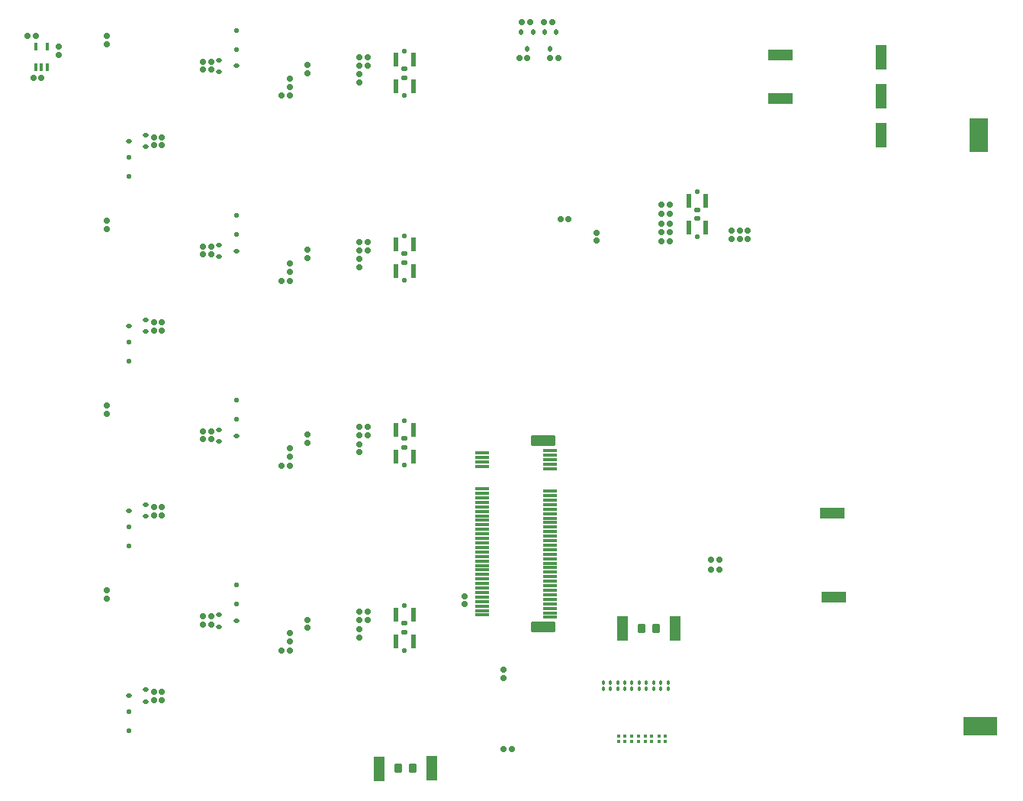
<source format=gbp>
G04*
G04 #@! TF.GenerationSoftware,Altium Limited,Altium Designer,22.4.2 (48)*
G04*
G04 Layer_Color=128*
%FSAX25Y25*%
%MOIN*%
G70*
G04*
G04 #@! TF.SameCoordinates,5E64B9DA-0424-454E-A7BF-F7E50E35A289*
G04*
G04*
G04 #@! TF.FilePolarity,Positive*
G04*
G01*
G75*
G04:AMPARAMS|DCode=27|XSize=23.62mil|YSize=23.62mil|CornerRadius=5.91mil|HoleSize=0mil|Usage=FLASHONLY|Rotation=0.000|XOffset=0mil|YOffset=0mil|HoleType=Round|Shape=RoundedRectangle|*
%AMROUNDEDRECTD27*
21,1,0.02362,0.01181,0,0,0.0*
21,1,0.01181,0.02362,0,0,0.0*
1,1,0.01181,0.00591,-0.00591*
1,1,0.01181,-0.00591,-0.00591*
1,1,0.01181,-0.00591,0.00591*
1,1,0.01181,0.00591,0.00591*
%
%ADD27ROUNDEDRECTD27*%
G04:AMPARAMS|DCode=31|XSize=39.37mil|YSize=35.43mil|CornerRadius=8.86mil|HoleSize=0mil|Usage=FLASHONLY|Rotation=270.000|XOffset=0mil|YOffset=0mil|HoleType=Round|Shape=RoundedRectangle|*
%AMROUNDEDRECTD31*
21,1,0.03937,0.01772,0,0,270.0*
21,1,0.02165,0.03543,0,0,270.0*
1,1,0.01772,-0.00886,-0.01083*
1,1,0.01772,-0.00886,0.01083*
1,1,0.01772,0.00886,0.01083*
1,1,0.01772,0.00886,-0.01083*
%
%ADD31ROUNDEDRECTD31*%
G04:AMPARAMS|DCode=32|XSize=23.62mil|YSize=23.62mil|CornerRadius=5.91mil|HoleSize=0mil|Usage=FLASHONLY|Rotation=270.000|XOffset=0mil|YOffset=0mil|HoleType=Round|Shape=RoundedRectangle|*
%AMROUNDEDRECTD32*
21,1,0.02362,0.01181,0,0,270.0*
21,1,0.01181,0.02362,0,0,270.0*
1,1,0.01181,-0.00591,-0.00591*
1,1,0.01181,-0.00591,0.00591*
1,1,0.01181,0.00591,0.00591*
1,1,0.01181,0.00591,-0.00591*
%
%ADD32ROUNDEDRECTD32*%
G04:AMPARAMS|DCode=39|XSize=25.2mil|YSize=25.2mil|CornerRadius=6.3mil|HoleSize=0mil|Usage=FLASHONLY|Rotation=270.000|XOffset=0mil|YOffset=0mil|HoleType=Round|Shape=RoundedRectangle|*
%AMROUNDEDRECTD39*
21,1,0.02520,0.01260,0,0,270.0*
21,1,0.01260,0.02520,0,0,270.0*
1,1,0.01260,-0.00630,-0.00630*
1,1,0.01260,-0.00630,0.00630*
1,1,0.01260,0.00630,0.00630*
1,1,0.01260,0.00630,-0.00630*
%
%ADD39ROUNDEDRECTD39*%
G04:AMPARAMS|DCode=42|XSize=25.2mil|YSize=25.2mil|CornerRadius=6.3mil|HoleSize=0mil|Usage=FLASHONLY|Rotation=0.000|XOffset=0mil|YOffset=0mil|HoleType=Round|Shape=RoundedRectangle|*
%AMROUNDEDRECTD42*
21,1,0.02520,0.01260,0,0,0.0*
21,1,0.01260,0.02520,0,0,0.0*
1,1,0.01260,0.00630,-0.00630*
1,1,0.01260,-0.00630,-0.00630*
1,1,0.01260,-0.00630,0.00630*
1,1,0.01260,0.00630,0.00630*
%
%ADD42ROUNDEDRECTD42*%
G04:AMPARAMS|DCode=69|XSize=13.78mil|YSize=15.75mil|CornerRadius=3.45mil|HoleSize=0mil|Usage=FLASHONLY|Rotation=0.000|XOffset=0mil|YOffset=0mil|HoleType=Round|Shape=RoundedRectangle|*
%AMROUNDEDRECTD69*
21,1,0.01378,0.00886,0,0,0.0*
21,1,0.00689,0.01575,0,0,0.0*
1,1,0.00689,0.00345,-0.00443*
1,1,0.00689,-0.00345,-0.00443*
1,1,0.00689,-0.00345,0.00443*
1,1,0.00689,0.00345,0.00443*
%
%ADD69ROUNDEDRECTD69*%
G04:AMPARAMS|DCode=74|XSize=16.54mil|YSize=18.11mil|CornerRadius=4.13mil|HoleSize=0mil|Usage=FLASHONLY|Rotation=0.000|XOffset=0mil|YOffset=0mil|HoleType=Round|Shape=RoundedRectangle|*
%AMROUNDEDRECTD74*
21,1,0.01654,0.00984,0,0,0.0*
21,1,0.00827,0.01811,0,0,0.0*
1,1,0.00827,0.00413,-0.00492*
1,1,0.00827,-0.00413,-0.00492*
1,1,0.00827,-0.00413,0.00492*
1,1,0.00827,0.00413,0.00492*
%
%ADD74ROUNDEDRECTD74*%
G04:AMPARAMS|DCode=190|XSize=108.27mil|YSize=47.24mil|CornerRadius=2.36mil|HoleSize=0mil|Usage=FLASHONLY|Rotation=180.000|XOffset=0mil|YOffset=0mil|HoleType=Round|Shape=RoundedRectangle|*
%AMROUNDEDRECTD190*
21,1,0.10827,0.04252,0,0,180.0*
21,1,0.10354,0.04724,0,0,180.0*
1,1,0.00472,-0.05177,0.02126*
1,1,0.00472,0.05177,0.02126*
1,1,0.00472,0.05177,-0.02126*
1,1,0.00472,-0.05177,-0.02126*
%
%ADD190ROUNDEDRECTD190*%
G04:AMPARAMS|DCode=191|XSize=108.27mil|YSize=47.24mil|CornerRadius=2.36mil|HoleSize=0mil|Usage=FLASHONLY|Rotation=90.000|XOffset=0mil|YOffset=0mil|HoleType=Round|Shape=RoundedRectangle|*
%AMROUNDEDRECTD191*
21,1,0.10827,0.04252,0,0,90.0*
21,1,0.10354,0.04724,0,0,90.0*
1,1,0.00472,0.02126,0.05177*
1,1,0.00472,0.02126,-0.05177*
1,1,0.00472,-0.02126,-0.05177*
1,1,0.00472,-0.02126,0.05177*
%
%ADD191ROUNDEDRECTD191*%
G04:AMPARAMS|DCode=192|XSize=149.61mil|YSize=79.92mil|CornerRadius=4mil|HoleSize=0mil|Usage=FLASHONLY|Rotation=90.000|XOffset=0mil|YOffset=0mil|HoleType=Round|Shape=RoundedRectangle|*
%AMROUNDEDRECTD192*
21,1,0.14961,0.07193,0,0,90.0*
21,1,0.14161,0.07992,0,0,90.0*
1,1,0.00799,0.03597,0.07081*
1,1,0.00799,0.03597,-0.07081*
1,1,0.00799,-0.03597,-0.07081*
1,1,0.00799,-0.03597,0.07081*
%
%ADD192ROUNDEDRECTD192*%
G04:AMPARAMS|DCode=193|XSize=18.5mil|YSize=23.62mil|CornerRadius=4.63mil|HoleSize=0mil|Usage=FLASHONLY|Rotation=0.000|XOffset=0mil|YOffset=0mil|HoleType=Round|Shape=RoundedRectangle|*
%AMROUNDEDRECTD193*
21,1,0.01850,0.01437,0,0,0.0*
21,1,0.00925,0.02362,0,0,0.0*
1,1,0.00925,0.00463,-0.00719*
1,1,0.00925,-0.00463,-0.00719*
1,1,0.00925,-0.00463,0.00719*
1,1,0.00925,0.00463,0.00719*
%
%ADD193ROUNDEDRECTD193*%
G04:AMPARAMS|DCode=194|XSize=15.75mil|YSize=33.47mil|CornerRadius=3.94mil|HoleSize=0mil|Usage=FLASHONLY|Rotation=0.000|XOffset=0mil|YOffset=0mil|HoleType=Round|Shape=RoundedRectangle|*
%AMROUNDEDRECTD194*
21,1,0.01575,0.02559,0,0,0.0*
21,1,0.00787,0.03347,0,0,0.0*
1,1,0.00787,0.00394,-0.01280*
1,1,0.00787,-0.00394,-0.01280*
1,1,0.00787,-0.00394,0.01280*
1,1,0.00787,0.00394,0.01280*
%
%ADD194ROUNDEDRECTD194*%
G04:AMPARAMS|DCode=195|XSize=23.23mil|YSize=17.72mil|CornerRadius=4.43mil|HoleSize=0mil|Usage=FLASHONLY|Rotation=90.000|XOffset=0mil|YOffset=0mil|HoleType=Round|Shape=RoundedRectangle|*
%AMROUNDEDRECTD195*
21,1,0.02323,0.00886,0,0,90.0*
21,1,0.01437,0.01772,0,0,90.0*
1,1,0.00886,0.00443,0.00719*
1,1,0.00886,0.00443,-0.00719*
1,1,0.00886,-0.00443,-0.00719*
1,1,0.00886,-0.00443,0.00719*
%
%ADD195ROUNDEDRECTD195*%
G04:AMPARAMS|DCode=196|XSize=18.5mil|YSize=23.62mil|CornerRadius=4.63mil|HoleSize=0mil|Usage=FLASHONLY|Rotation=270.000|XOffset=0mil|YOffset=0mil|HoleType=Round|Shape=RoundedRectangle|*
%AMROUNDEDRECTD196*
21,1,0.01850,0.01437,0,0,270.0*
21,1,0.00925,0.02362,0,0,270.0*
1,1,0.00925,-0.00719,-0.00463*
1,1,0.00925,-0.00719,0.00463*
1,1,0.00925,0.00719,0.00463*
1,1,0.00925,0.00719,-0.00463*
%
%ADD196ROUNDEDRECTD196*%
G04:AMPARAMS|DCode=197|XSize=22.84mil|YSize=62.21mil|CornerRadius=5.71mil|HoleSize=0mil|Usage=FLASHONLY|Rotation=180.000|XOffset=0mil|YOffset=0mil|HoleType=Round|Shape=RoundedRectangle|*
%AMROUNDEDRECTD197*
21,1,0.02284,0.05079,0,0,180.0*
21,1,0.01142,0.06221,0,0,180.0*
1,1,0.01142,-0.00571,0.02539*
1,1,0.01142,0.00571,0.02539*
1,1,0.01142,0.00571,-0.02539*
1,1,0.01142,-0.00571,-0.02539*
%
%ADD197ROUNDEDRECTD197*%
G04:AMPARAMS|DCode=198|XSize=23.62mil|YSize=21.65mil|CornerRadius=5.41mil|HoleSize=0mil|Usage=FLASHONLY|Rotation=0.000|XOffset=0mil|YOffset=0mil|HoleType=Round|Shape=RoundedRectangle|*
%AMROUNDEDRECTD198*
21,1,0.02362,0.01083,0,0,0.0*
21,1,0.01280,0.02165,0,0,0.0*
1,1,0.01083,0.00640,-0.00541*
1,1,0.01083,-0.00640,-0.00541*
1,1,0.01083,-0.00640,0.00541*
1,1,0.01083,0.00640,0.00541*
%
%ADD198ROUNDEDRECTD198*%
G04:AMPARAMS|DCode=199|XSize=19.68mil|YSize=19.68mil|CornerRadius=4.92mil|HoleSize=0mil|Usage=FLASHONLY|Rotation=0.000|XOffset=0mil|YOffset=0mil|HoleType=Round|Shape=RoundedRectangle|*
%AMROUNDEDRECTD199*
21,1,0.01968,0.00984,0,0,0.0*
21,1,0.00984,0.01968,0,0,0.0*
1,1,0.00984,0.00492,-0.00492*
1,1,0.00984,-0.00492,-0.00492*
1,1,0.00984,-0.00492,0.00492*
1,1,0.00984,0.00492,0.00492*
%
%ADD199ROUNDEDRECTD199*%
G04:AMPARAMS|DCode=200|XSize=149.61mil|YSize=79.92mil|CornerRadius=4mil|HoleSize=0mil|Usage=FLASHONLY|Rotation=0.000|XOffset=0mil|YOffset=0mil|HoleType=Round|Shape=RoundedRectangle|*
%AMROUNDEDRECTD200*
21,1,0.14961,0.07193,0,0,0.0*
21,1,0.14161,0.07992,0,0,0.0*
1,1,0.00799,0.07081,-0.03597*
1,1,0.00799,-0.07081,-0.03597*
1,1,0.00799,-0.07081,0.03597*
1,1,0.00799,0.07081,0.03597*
%
%ADD200ROUNDEDRECTD200*%
G04:AMPARAMS|DCode=201|XSize=12mil|YSize=61mil|CornerRadius=3mil|HoleSize=0mil|Usage=FLASHONLY|Rotation=90.000|XOffset=0mil|YOffset=0mil|HoleType=Round|Shape=RoundedRectangle|*
%AMROUNDEDRECTD201*
21,1,0.01200,0.05500,0,0,90.0*
21,1,0.00600,0.06100,0,0,90.0*
1,1,0.00600,0.02750,0.00300*
1,1,0.00600,0.02750,-0.00300*
1,1,0.00600,-0.02750,-0.00300*
1,1,0.00600,-0.02750,0.00300*
%
%ADD201ROUNDEDRECTD201*%
G04:AMPARAMS|DCode=202|XSize=47mil|YSize=108mil|CornerRadius=4.7mil|HoleSize=0mil|Usage=FLASHONLY|Rotation=90.000|XOffset=0mil|YOffset=0mil|HoleType=Round|Shape=RoundedRectangle|*
%AMROUNDEDRECTD202*
21,1,0.04700,0.09860,0,0,90.0*
21,1,0.03760,0.10800,0,0,90.0*
1,1,0.00940,0.04930,0.01880*
1,1,0.00940,0.04930,-0.01880*
1,1,0.00940,-0.04930,-0.01880*
1,1,0.00940,-0.04930,0.01880*
%
%ADD202ROUNDEDRECTD202*%
D27*
X0149213Y0350098D02*
D03*
Y0107973D02*
D03*
Y0188681D02*
D03*
Y0269390D02*
D03*
Y0272933D02*
D03*
X0069114Y0291614D02*
D03*
Y0288071D02*
D03*
X0149213Y0192224D02*
D03*
X0069114Y0210906D02*
D03*
Y0207362D02*
D03*
X0149213Y0111516D02*
D03*
X0069114Y0130197D02*
D03*
Y0126654D02*
D03*
X0069114Y0368779D02*
D03*
Y0372323D02*
D03*
X0149213Y0353642D02*
D03*
X0225590Y0124213D02*
D03*
Y0127756D02*
D03*
X0342224Y0287303D02*
D03*
Y0283760D02*
D03*
X0345768Y0287303D02*
D03*
Y0283760D02*
D03*
X0349311Y0287303D02*
D03*
Y0283760D02*
D03*
X0242618Y0092027D02*
D03*
Y0095571D02*
D03*
X0283169Y0282874D02*
D03*
Y0286417D02*
D03*
D31*
X0302953Y0113779D02*
D03*
X0309252D02*
D03*
X0202854Y0052559D02*
D03*
X0196555D02*
D03*
D32*
X0254134Y0378346D02*
D03*
X0250590D02*
D03*
X0253051Y0362697D02*
D03*
X0249508D02*
D03*
X0263779Y0378346D02*
D03*
X0260236D02*
D03*
X0262894Y0362697D02*
D03*
X0266437D02*
D03*
X0183169Y0363090D02*
D03*
Y0282382D02*
D03*
Y0201673D02*
D03*
Y0120965D02*
D03*
X0179626Y0117224D02*
D03*
X0183169D02*
D03*
X0179626Y0197933D02*
D03*
X0183169D02*
D03*
X0179626Y0359350D02*
D03*
X0183169D02*
D03*
X0179626Y0278642D02*
D03*
X0183169D02*
D03*
X0179626Y0120965D02*
D03*
Y0201673D02*
D03*
Y0282382D02*
D03*
Y0363090D02*
D03*
X0034547Y0372441D02*
D03*
X0038091D02*
D03*
X0037106Y0353937D02*
D03*
X0040650D02*
D03*
X0093405Y0324508D02*
D03*
X0089862D02*
D03*
X0093405Y0328051D02*
D03*
X0089862D02*
D03*
X0114764Y0280413D02*
D03*
X0111221D02*
D03*
X0114764Y0276870D02*
D03*
X0111221D02*
D03*
X0089862Y0247342D02*
D03*
X0093405D02*
D03*
X0089862Y0243799D02*
D03*
X0093405D02*
D03*
X0114764Y0199705D02*
D03*
X0111221D02*
D03*
X0114764Y0196161D02*
D03*
X0111221D02*
D03*
X0089862Y0166634D02*
D03*
X0093405D02*
D03*
X0089862Y0163091D02*
D03*
X0093405D02*
D03*
X0114764Y0118996D02*
D03*
X0111221D02*
D03*
X0114764Y0115453D02*
D03*
X0111221D02*
D03*
X0089862Y0085925D02*
D03*
X0093405D02*
D03*
X0089862Y0082382D02*
D03*
X0093405D02*
D03*
X0111221Y0361122D02*
D03*
X0114764D02*
D03*
X0111221Y0357579D02*
D03*
X0114764D02*
D03*
X0333268Y0139370D02*
D03*
X0336811D02*
D03*
X0333268Y0143701D02*
D03*
X0336811D02*
D03*
X0246161Y0061024D02*
D03*
X0242618D02*
D03*
X0267421Y0292323D02*
D03*
X0270965D02*
D03*
D39*
X0149252Y0346162D02*
D03*
Y0104035D02*
D03*
Y0184744D02*
D03*
Y0265453D02*
D03*
X0145630D02*
D03*
Y0184744D02*
D03*
Y0104035D02*
D03*
Y0346162D02*
D03*
X0315098Y0298721D02*
D03*
X0311476D02*
D03*
X0315098Y0294587D02*
D03*
X0311476D02*
D03*
X0315098Y0286516D02*
D03*
X0311476D02*
D03*
X0315098Y0290453D02*
D03*
X0311476D02*
D03*
X0315098Y0282579D02*
D03*
X0311476D02*
D03*
D42*
X0156988Y0359587D02*
D03*
Y0117461D02*
D03*
Y0198169D02*
D03*
Y0278878D02*
D03*
X0048327Y0367756D02*
D03*
Y0364134D02*
D03*
X0179724Y0274843D02*
D03*
Y0271220D02*
D03*
X0156988Y0275256D02*
D03*
X0179724Y0194134D02*
D03*
Y0190512D02*
D03*
X0156988Y0194547D02*
D03*
X0179724Y0113425D02*
D03*
Y0109803D02*
D03*
X0156988Y0113839D02*
D03*
Y0355965D02*
D03*
X0179724Y0355551D02*
D03*
Y0351929D02*
D03*
D69*
X0292815Y0066732D02*
D03*
Y0064173D02*
D03*
X0295571Y0066732D02*
D03*
Y0064173D02*
D03*
X0298721Y0066732D02*
D03*
Y0064173D02*
D03*
X0301476Y0066732D02*
D03*
Y0064173D02*
D03*
X0304626Y0066732D02*
D03*
Y0064173D02*
D03*
X0307382Y0066732D02*
D03*
Y0064173D02*
D03*
X0310531Y0066732D02*
D03*
Y0064173D02*
D03*
X0313287Y0066732D02*
D03*
Y0064173D02*
D03*
D74*
X0286122Y0090118D02*
D03*
Y0087441D02*
D03*
X0292421Y0090118D02*
D03*
Y0087441D02*
D03*
X0295571Y0090118D02*
D03*
Y0087441D02*
D03*
X0298721Y0090118D02*
D03*
Y0087441D02*
D03*
X0301870Y0090118D02*
D03*
Y0087441D02*
D03*
X0305020Y0090118D02*
D03*
Y0087441D02*
D03*
X0308169Y0090118D02*
D03*
Y0087441D02*
D03*
X0314469Y0090118D02*
D03*
Y0087441D02*
D03*
X0289272Y0090118D02*
D03*
Y0087441D02*
D03*
X0311319Y0090118D02*
D03*
Y0087441D02*
D03*
D190*
X0386811Y0127264D02*
D03*
X0386319Y0163878D02*
D03*
X0363681Y0363878D02*
D03*
Y0344882D02*
D03*
D191*
X0407480Y0329134D02*
D03*
Y0345965D02*
D03*
Y0362894D02*
D03*
X0317717Y0113779D02*
D03*
X0294587D02*
D03*
X0188287Y0052461D02*
D03*
X0211319Y0052559D02*
D03*
D192*
X0450394Y0329134D02*
D03*
D193*
X0265551Y0374114D02*
D03*
X0260433D02*
D03*
X0262992Y0366634D02*
D03*
X0255512Y0374114D02*
D03*
X0250394D02*
D03*
X0252953Y0366634D02*
D03*
D194*
X0043209Y0358760D02*
D03*
X0040650D02*
D03*
X0038091D02*
D03*
Y0367618D02*
D03*
X0043209D02*
D03*
D195*
X0078839Y0319311D02*
D03*
Y0311004D02*
D03*
Y0230295D02*
D03*
Y0238602D02*
D03*
X0125787Y0293917D02*
D03*
Y0285610D02*
D03*
X0078839Y0149587D02*
D03*
Y0157894D02*
D03*
X0125787Y0213209D02*
D03*
Y0204902D02*
D03*
X0078839Y0068878D02*
D03*
Y0077185D02*
D03*
X0125787Y0132500D02*
D03*
Y0124193D02*
D03*
Y0366319D02*
D03*
Y0374626D02*
D03*
D196*
X0078839Y0326476D02*
D03*
X0086319Y0329035D02*
D03*
Y0323917D02*
D03*
X0118307Y0281004D02*
D03*
Y0275886D02*
D03*
X0125787Y0278445D02*
D03*
X0086319Y0243209D02*
D03*
Y0248327D02*
D03*
X0078839Y0245768D02*
D03*
X0118307Y0200295D02*
D03*
Y0195177D02*
D03*
X0125787Y0197736D02*
D03*
X0086319Y0162500D02*
D03*
Y0167618D02*
D03*
X0078839Y0165059D02*
D03*
X0118307Y0119587D02*
D03*
Y0114469D02*
D03*
X0125787Y0117027D02*
D03*
X0086319Y0081791D02*
D03*
Y0086909D02*
D03*
X0078839Y0084350D02*
D03*
X0125787Y0359154D02*
D03*
X0118307Y0356594D02*
D03*
Y0361713D02*
D03*
D197*
X0195630Y0269488D02*
D03*
X0203189D02*
D03*
X0203113Y0281167D02*
D03*
X0195553D02*
D03*
X0195630Y0188779D02*
D03*
X0203189D02*
D03*
X0203113Y0200458D02*
D03*
X0195553D02*
D03*
X0195630Y0108071D02*
D03*
X0203189D02*
D03*
X0203113Y0119749D02*
D03*
X0195553D02*
D03*
X0195630Y0350197D02*
D03*
X0203189D02*
D03*
X0203113Y0361875D02*
D03*
X0195553D02*
D03*
X0323484Y0300295D02*
D03*
X0331043D02*
D03*
Y0288681D02*
D03*
X0323484D02*
D03*
D198*
X0199409Y0273327D02*
D03*
X0199333Y0277328D02*
D03*
X0199409Y0192618D02*
D03*
X0199333Y0196619D02*
D03*
X0199409Y0111909D02*
D03*
X0199333Y0115910D02*
D03*
X0199409Y0354035D02*
D03*
X0199333Y0358036D02*
D03*
X0327264Y0296457D02*
D03*
Y0292520D02*
D03*
D199*
X0199409Y0265551D02*
D03*
X0199333Y0285104D02*
D03*
X0199409Y0184843D02*
D03*
X0199333Y0204395D02*
D03*
X0199409Y0104134D02*
D03*
X0199333Y0123686D02*
D03*
X0199409Y0346260D02*
D03*
X0199333Y0365812D02*
D03*
X0327264Y0304232D02*
D03*
Y0284744D02*
D03*
D200*
X0450787Y0070866D02*
D03*
D201*
X0262894Y0118504D02*
D03*
X0233169Y0119488D02*
D03*
X0262894Y0120473D02*
D03*
X0233169Y0121457D02*
D03*
X0262894Y0122441D02*
D03*
X0233169Y0123425D02*
D03*
X0262894Y0124409D02*
D03*
X0233169Y0125394D02*
D03*
X0262894Y0126378D02*
D03*
X0233169Y0127362D02*
D03*
X0262894Y0128347D02*
D03*
X0233169Y0129331D02*
D03*
X0262894Y0130315D02*
D03*
X0233169Y0131299D02*
D03*
X0262894Y0132283D02*
D03*
X0233169Y0133268D02*
D03*
X0262894Y0134252D02*
D03*
X0233169Y0135236D02*
D03*
X0262894Y0136221D02*
D03*
X0233169Y0137205D02*
D03*
X0262894Y0138189D02*
D03*
X0233169Y0139173D02*
D03*
X0262894Y0140157D02*
D03*
X0233169Y0141142D02*
D03*
X0262894Y0142126D02*
D03*
X0233169Y0143110D02*
D03*
X0262894Y0144095D02*
D03*
X0233169Y0145079D02*
D03*
X0262894Y0146063D02*
D03*
X0233169Y0147047D02*
D03*
X0262894Y0148031D02*
D03*
X0233169Y0149016D02*
D03*
X0262894Y0150000D02*
D03*
X0233169Y0150984D02*
D03*
X0262894Y0151969D02*
D03*
X0233169Y0152953D02*
D03*
X0262894Y0153937D02*
D03*
X0233169Y0154921D02*
D03*
X0262894Y0155905D02*
D03*
X0233169Y0156890D02*
D03*
X0262894Y0157874D02*
D03*
X0233169Y0158858D02*
D03*
X0262894Y0159843D02*
D03*
X0233169Y0160827D02*
D03*
X0262894Y0161811D02*
D03*
X0233169Y0162795D02*
D03*
X0262894Y0163779D02*
D03*
X0233169Y0164764D02*
D03*
X0262894Y0165748D02*
D03*
X0233169Y0166732D02*
D03*
X0262894Y0167717D02*
D03*
X0233169Y0168701D02*
D03*
X0262894Y0169685D02*
D03*
X0233169Y0170669D02*
D03*
X0262894Y0171653D02*
D03*
X0233169Y0172638D02*
D03*
X0262894Y0173622D02*
D03*
X0233169Y0174606D02*
D03*
X0262894Y0183465D02*
D03*
X0233169Y0184449D02*
D03*
X0262894Y0185433D02*
D03*
X0233169Y0186417D02*
D03*
X0262894Y0187402D02*
D03*
X0233169Y0188386D02*
D03*
X0262894Y0189370D02*
D03*
X0233169Y0190354D02*
D03*
X0262894Y0191339D02*
D03*
D202*
X0259842Y0114173D02*
D03*
Y0195669D02*
D03*
M02*

</source>
